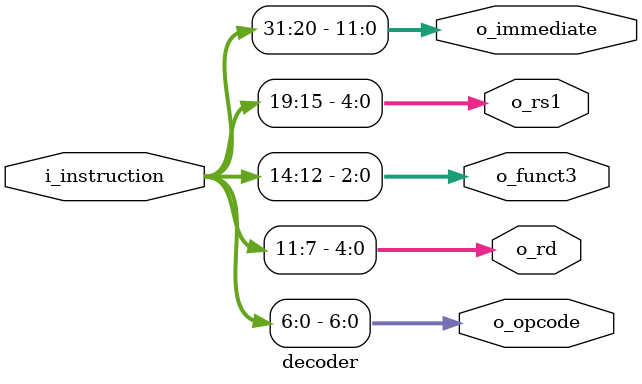
<source format=sv>
module decoder #(
    parameter WIDTH = 32
)(
    input logic [WIDTH-1:0]  i_instruction,
    output logic [6:0]        o_opcode,
    output logic [11:7]       o_rd,
    output logic [14:12]      o_funct3,
    output logic [19:15]      o_rs1,
    output logic [WIDTH-1:20] o_immediate
);

always_comb begin
    o_opcode = i_instruction[6:0];
    o_rd = i_instruction[11:7];
    o_funct3 = i_instruction[14:12]; 
    o_rs1 = i_instruction[19:15]; 
    o_immediate = i_instruction[WIDTH-1:20]; 
end

endmodule

</source>
